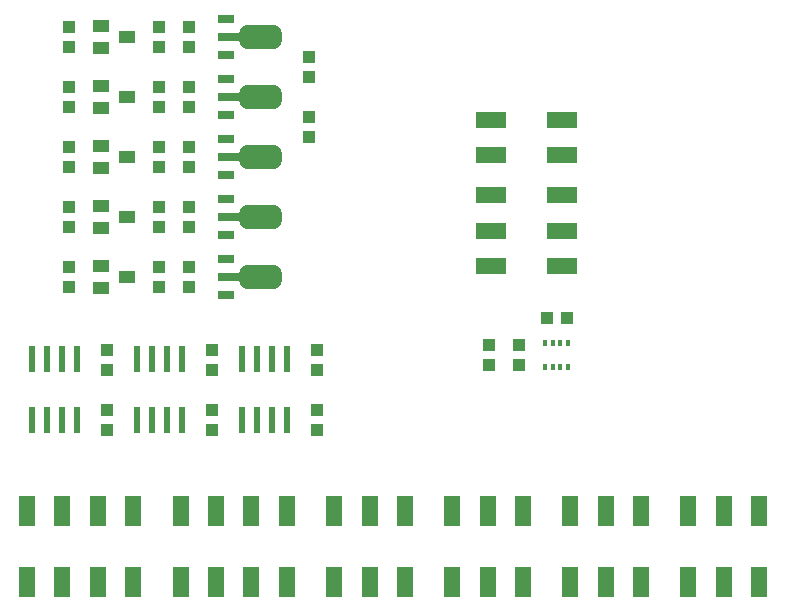
<source format=gbr>
G04 EAGLE Gerber RS-274X export*
G75*
%MOMM*%
%FSLAX34Y34*%
%LPD*%
%INSolderpaste Top*%
%IPPOS*%
%AMOC8*
5,1,8,0,0,1.08239X$1,22.5*%
G01*
%ADD10R,1.400000X0.800000*%
%ADD11R,1.900000X0.800000*%
%ADD12C,1.524000*%
%ADD13R,1.400000X1.000000*%
%ADD14R,1.000000X1.100000*%
%ADD15R,1.100000X1.000000*%
%ADD16R,0.350000X0.500000*%
%ADD17R,0.600000X2.200000*%
%ADD18R,1.400000X2.500000*%
%ADD19R,2.500000X1.400000*%


D10*
X253240Y389640D03*
X253240Y359660D03*
D11*
X255780Y374650D03*
D12*
X271820Y372110D02*
X271820Y377190D01*
X293080Y377190D01*
X293080Y372110D01*
X271820Y372110D01*
D13*
X169750Y374650D03*
X147750Y365150D03*
X147750Y384150D03*
D14*
X120650Y383150D03*
X120650Y366150D03*
X196850Y383150D03*
X196850Y366150D03*
X222250Y366150D03*
X222250Y383150D03*
D10*
X253240Y440440D03*
X253240Y410460D03*
D11*
X255780Y425450D03*
D12*
X271820Y422910D02*
X271820Y427990D01*
X293080Y427990D01*
X293080Y422910D01*
X271820Y422910D01*
D13*
X169750Y425450D03*
X147750Y415950D03*
X147750Y434950D03*
D14*
X120650Y433950D03*
X120650Y416950D03*
X196850Y433950D03*
X196850Y416950D03*
X222250Y416950D03*
X222250Y433950D03*
D10*
X253240Y491240D03*
X253240Y461260D03*
D11*
X255780Y476250D03*
D12*
X271820Y473710D02*
X271820Y478790D01*
X293080Y478790D01*
X293080Y473710D01*
X271820Y473710D01*
D13*
X169750Y476250D03*
X147750Y466750D03*
X147750Y485750D03*
D14*
X120650Y484750D03*
X120650Y467750D03*
X196850Y484750D03*
X196850Y467750D03*
X222250Y467750D03*
X222250Y484750D03*
D10*
X253240Y288040D03*
X253240Y258060D03*
D11*
X255780Y273050D03*
D12*
X271820Y270510D02*
X271820Y275590D01*
X293080Y275590D01*
X293080Y270510D01*
X271820Y270510D01*
D13*
X169750Y273050D03*
X147750Y263550D03*
X147750Y282550D03*
D14*
X120650Y281550D03*
X120650Y264550D03*
X196850Y281550D03*
X196850Y264550D03*
X222250Y264550D03*
X222250Y281550D03*
X323850Y459350D03*
X323850Y442350D03*
D15*
X541900Y238760D03*
X524900Y238760D03*
D16*
X543150Y196760D03*
X536650Y196760D03*
X530150Y196760D03*
X523650Y196760D03*
X523650Y217260D03*
X530150Y217260D03*
X536650Y217260D03*
X543150Y217260D03*
D17*
X292100Y203800D03*
X292100Y151800D03*
X304800Y203800D03*
X279400Y203800D03*
X266700Y203800D03*
X304800Y151800D03*
X279400Y151800D03*
X266700Y151800D03*
D10*
X253240Y338840D03*
X253240Y308860D03*
D11*
X255780Y323850D03*
D12*
X271820Y321310D02*
X271820Y326390D01*
X293080Y326390D01*
X293080Y321310D01*
X271820Y321310D01*
D13*
X169750Y323850D03*
X147750Y314350D03*
X147750Y333350D03*
D14*
X120650Y332350D03*
X120650Y315350D03*
X196850Y332350D03*
X196850Y315350D03*
X222250Y315350D03*
X222250Y332350D03*
D17*
X203200Y203800D03*
X203200Y151800D03*
X215900Y203800D03*
X190500Y203800D03*
X177800Y203800D03*
X215900Y151800D03*
X190500Y151800D03*
X177800Y151800D03*
X114300Y203800D03*
X114300Y151800D03*
X127000Y203800D03*
X101600Y203800D03*
X88900Y203800D03*
X127000Y151800D03*
X101600Y151800D03*
X88900Y151800D03*
D14*
X476250Y198510D03*
X476250Y215510D03*
X501650Y198510D03*
X501650Y215510D03*
X330200Y211700D03*
X330200Y194700D03*
X241300Y211700D03*
X241300Y194700D03*
X152400Y211700D03*
X152400Y194700D03*
X330200Y143900D03*
X330200Y160900D03*
X241300Y143900D03*
X241300Y160900D03*
X152400Y143900D03*
X152400Y160900D03*
X323850Y391550D03*
X323850Y408550D03*
D18*
X705000Y15250D03*
X705000Y75250D03*
X675000Y15250D03*
X675000Y75250D03*
X645000Y15250D03*
X645000Y75250D03*
X115000Y15250D03*
X115000Y75250D03*
X85000Y15250D03*
X85000Y75250D03*
X175000Y15250D03*
X175000Y75250D03*
X145000Y15250D03*
X145000Y75250D03*
X405000Y15250D03*
X405000Y75250D03*
X375000Y15250D03*
X375000Y75250D03*
X345000Y15250D03*
X345000Y75250D03*
X505000Y15250D03*
X505000Y75250D03*
X475000Y15250D03*
X475000Y75250D03*
X445000Y15250D03*
X445000Y75250D03*
X605000Y15250D03*
X605000Y75250D03*
X575000Y15250D03*
X575000Y75250D03*
X545000Y15250D03*
X545000Y75250D03*
X245000Y15250D03*
X245000Y75250D03*
X215000Y15250D03*
X215000Y75250D03*
X305000Y15250D03*
X305000Y75250D03*
X275000Y15250D03*
X275000Y75250D03*
D19*
X537750Y406160D03*
X477750Y406160D03*
X537750Y376160D03*
X477750Y376160D03*
X537750Y342420D03*
X477750Y342420D03*
X537750Y312420D03*
X477750Y312420D03*
X537750Y282420D03*
X477750Y282420D03*
M02*

</source>
